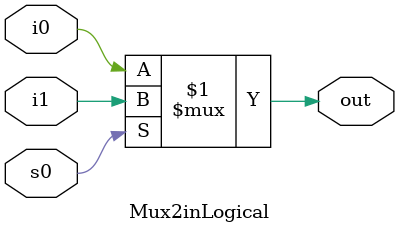
<source format=v>
`timescale 1ns / 1ps
module Mux2inLogical(out, i0,i1,s0);
input i0, i1;
input s0;
output out;
assign out = s0?i1:i0;
endmodule 
</source>
